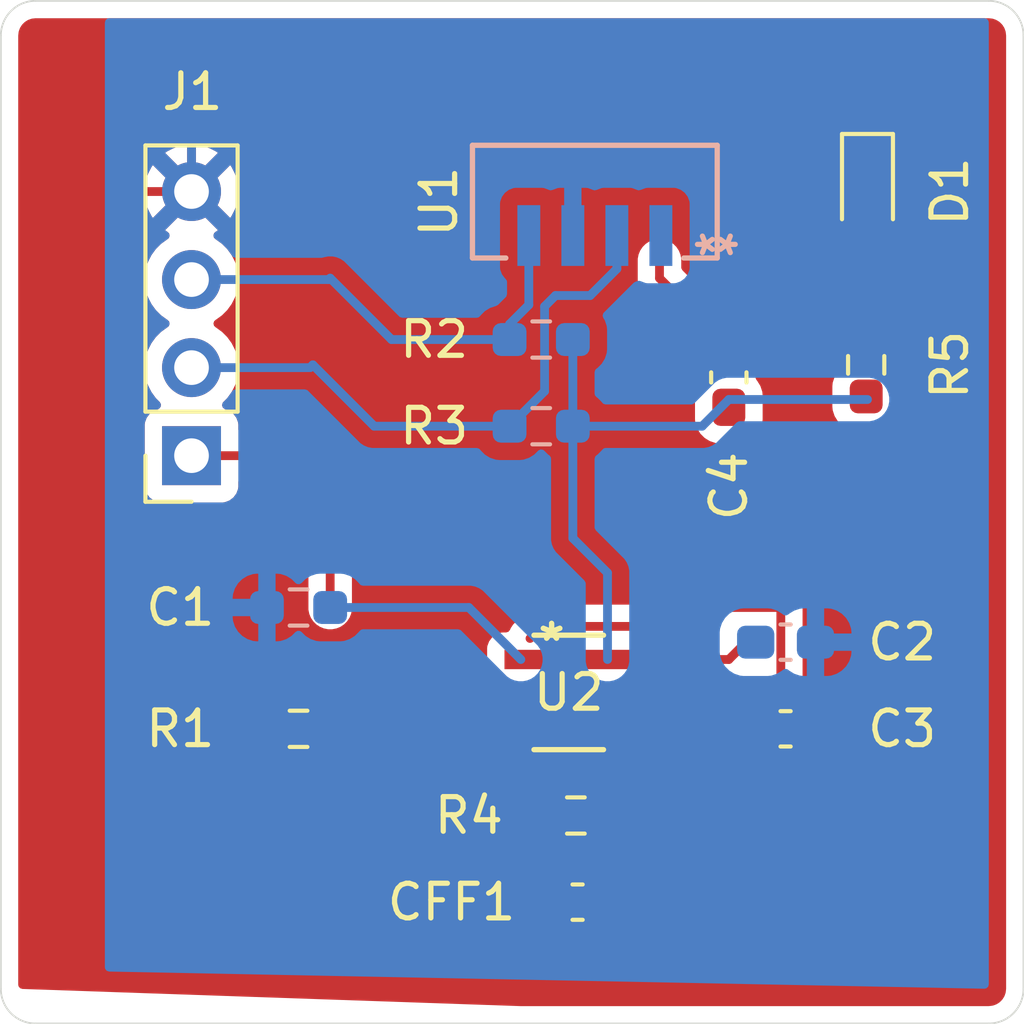
<source format=kicad_pcb>
(kicad_pcb (version 20241229) (generator "pcbnew") (generator_version "9.0")
  (layers (0 "F.Cu" signal) (2 "B.Cu" signal) (13 "F.Paste" user) (15 "B.Paste" user) (5 "F.SilkS" user "F.Silkscreen") (7 "B.SilkS" user "B.Silkscreen") (1 "F.Mask" user) (3 "B.Mask" user) (25 "Edge.Cuts" user))
  (net 0 "")
  (net 1 "Vin")
  (net 2 "GND")
  (net 3 "Vout")
  (net 4 "Net-(U2-NR)")
  (net 5 "Net-(U1-VDD)")
  (net 6 "+3V3")
  (net 7 "Net-(U2-FB)")
  (net 8 "Net-(D1-A)")
  (net 9 "+3.3V")
  (net 10 "Net-(J1-SDA)")
  (net 11 "VCC")
  (net 12 "Net-(J1-SCL)")
  (footprint "Connector_PinSocket_2.54mm:PinSocket_1x04_P2.54mm_Vertical" (layer "F.Cu") (at 131.5 90.62 180)
    (property "Reference" "J1" (at -0.025 10.5 0) (layer "F.SilkS"))
    (property "Value" "Conn_01x04_Pin" (hide yes))
    (fp_line (start 1.33 1.27) (end 1.33 8.95) (stroke (width 0.12)) (layer "F.SilkS"))
    (fp_line (start 1.33 -1.33) (end 1.33 0) (stroke (width 0.12)) (layer "F.SilkS"))
    (fp_line (start 0 -1.33) (end 1.33 -1.33) (stroke (width 0.12)) (layer "F.SilkS"))
    (fp_line (start -1.33 8.95) (end 1.33 8.95) (stroke (width 0.12)) (layer "F.SilkS"))
    (fp_line (start -1.33 1.27) (end 1.33 1.27) (stroke (width 0.12)) (layer "F.SilkS"))
    (fp_line (start -1.33 1.27) (end -1.33 8.95) (stroke (width 0.12)) (layer "F.SilkS"))
    (pad "1" thru_hole rect (at 0 0 180) (size 1.7 1.7) (drill 1) (layers "*.Cu" "*.Mask") (net 11 "VCC"))
    (pad "2" thru_hole circle (at 0 2.54 180) (size 1.7 1.7) (drill 1) (layers "*.Cu" "*.Mask") (net 10 "Net-(J1-SDA)"))
    (pad "3" thru_hole circle (at 0 5.08 180) (size 1.7 1.7) (drill 1) (layers "*.Cu" "*.Mask") (net 12 "Net-(J1-SCL)"))
    (pad "4" thru_hole circle (at 0 7.62 180) (size 1.7 1.7) (drill 1) (layers "*.Cu" "*.Mask") (net 2 "GND"))
  )
  (footprint "TPS79301:DBV6" (layer "F.Cu") (at 142.3824 97.450001)
    (property "Reference" "U2" (at 0 0 0) (layer "F.SilkS"))
    (property "Value" "TPS79301DBVR" (hide yes))
    (fp_line (start -1.0033 1.651) (end 1.0033 1.651) (stroke (width 0.1524)) (layer "F.SilkS"))
    (fp_line (start 1.0033 -1.651) (end -1.0033 -1.651) (stroke (width 0.1524)) (layer "F.SilkS"))
    (fp_text user "*" (at -0.4953 -1.4478 0) (layer "F.SilkS"))
    (fp_text user "*" (at -0.4953 -1.4478 0) (layer "F.SilkS"))
    (pad "1" smd rect (at -1.1176 -0.950001) (size 1.4732 0.5588) (layers "F.Cu" "F.Mask" "F.Paste") (net 1 "Vin"))
    (pad "2" smd rect (at -1.1176 0) (size 1.4732 0.5588) (layers "F.Cu" "F.Mask" "F.Paste") (net 2 "GND"))
    (pad "3" smd rect (at -1.1176 0.950001) (size 1.4732 0.5588) (layers "F.Cu" "F.Mask" "F.Paste") (net 7 "Net-(U2-FB)"))
    (pad "4" smd rect (at 1.1176 0.950001) (size 1.4732 0.5588) (layers "F.Cu" "F.Mask" "F.Paste") (net 4 "Net-(U2-NR)"))
    (pad "5" smd rect (at 1.1176 0) (size 1.4732 0.5588) (layers "F.Cu" "F.Mask" "F.Paste") (net 1 "Vin"))
    (pad "6" smd rect (at 1.1176 -0.950001) (size 1.4732 0.5588) (layers "F.Cu" "F.Mask" "F.Paste") (net 3 "Vout"))
  )
  (footprint "Resistor_SMD:R_0603_1608Metric_Pad0.98x0.95mm_HandSolder" (layer "F.Cu") (at 142.5875 101)
    (property "Reference" "R4" (at -3.0875 0 -0) (layer "F.SilkS"))
    (property "Value" "51kΩ" (hide yes))
    (fp_line (start -0.254724 -0.5225) (end 0.254724 -0.5225) (stroke (width 0.12)) (layer "F.SilkS"))
    (fp_line (start -0.254724 0.5225) (end 0.254724 0.5225) (stroke (width 0.12)) (layer "F.SilkS"))
    (pad "1" smd roundrect (at -0.9125 0) (size 0.975 0.95) (layers "F.Cu" "F.Mask" "F.Paste") (net 7 "Net-(U2-FB)"))
    (pad "2" smd roundrect (at 0.9125 0) (size 0.975 0.95) (layers "F.Cu" "F.Mask" "F.Paste") (net 3 "Vout"))
  )
  (footprint "Resistor_SMD:R_0603_1608Metric_Pad0.98x0.95mm_HandSolder" (layer "F.Cu") (at 134.5875 98.5)
    (property "Reference" "R1" (at -3.4125 0 -0) (layer "F.SilkS"))
    (property "Value" "30.1kΩ" (hide yes))
    (fp_line (start -0.254724 -0.5225) (end 0.254724 -0.5225) (stroke (width 0.12)) (layer "F.SilkS"))
    (fp_line (start -0.254724 0.5225) (end 0.254724 0.5225) (stroke (width 0.12)) (layer "F.SilkS"))
    (pad "1" smd roundrect (at -0.9125 0) (size 0.975 0.95) (layers "F.Cu" "F.Mask" "F.Paste") (net 2 "GND"))
    (pad "2" smd roundrect (at 0.9125 0) (size 0.975 0.95) (layers "F.Cu" "F.Mask" "F.Paste") (net 7 "Net-(U2-FB)"))
  )
  (footprint "Capacitor_SMD:C_0603_1608Metric_Pad1.08x0.95mm_HandSolder" (layer "F.Cu") (at 148.6375 98.5)
    (property "Reference" "C3" (at 3.3625 0 0) (layer "F.SilkS"))
    (property "Value" "0.01µF" (hide yes))
    (fp_line (start -0.146267 -0.51) (end 0.146267 -0.51) (stroke (width 0.12)) (layer "F.SilkS"))
    (fp_line (start -0.146267 0.51) (end 0.146267 0.51) (stroke (width 0.12)) (layer "F.SilkS"))
    (pad "1" smd roundrect (at -0.8625 0) (size 1.075 0.95) (layers "F.Cu" "F.Mask" "F.Paste") (net 4 "Net-(U2-NR)"))
    (pad "2" smd roundrect (at 0.8625 0) (size 1.075 0.95) (layers "F.Cu" "F.Mask" "F.Paste") (net 2 "GND"))
  )
  (footprint "LED_SMD:LED_0603_1608Metric_Pad1.05x0.95mm_HandSolder" (layer "F.Cu") (at 151 83 -90)
    (property "Reference" "D1" (at 0 -2.375 90) (layer "F.SilkS"))
    (property "Value" "LED" (hide yes))
    (fp_line (start -1.66 0.735) (end 0.8 0.735) (stroke (width 0.12)) (layer "F.SilkS"))
    (fp_line (start -1.66 -0.735) (end -1.66 0.735) (stroke (width 0.12)) (layer "F.SilkS"))
    (fp_line (start 0.8 -0.735) (end -1.66 -0.735) (stroke (width 0.12)) (layer "F.SilkS"))
    (pad "1" smd roundrect (at -0.875 0 270) (size 1.05 0.95) (layers "F.Cu" "F.Mask" "F.Paste") (net 2 "GND"))
    (pad "2" smd roundrect (at 0.875 0 270) (size 1.05 0.95) (layers "F.Cu" "F.Mask" "F.Paste") (net 8 "Net-(D1-A)"))
  )
  (footprint "Resistor_SMD:R_0603_1608Metric_Pad0.98x0.95mm_HandSolder" (layer "F.Cu") (at 150.9625 88 90)
    (property "Reference" "R5" (at 0 2.4125 90) (layer "F.SilkS"))
    (property "Value" "2.2kΩ" (hide yes))
    (fp_line (start -0.254724 -0.5225) (end 0.254724 -0.5225) (stroke (width 0.12)) (layer "F.SilkS"))
    (fp_line (start -0.254724 0.5225) (end 0.254724 0.5225) (stroke (width 0.12)) (layer "F.SilkS"))
    (pad "1" smd roundrect (at -0.9125 0 90) (size 0.975 0.95) (layers "F.Cu" "F.Mask" "F.Paste") (net 6 "+3V3"))
    (pad "2" smd roundrect (at 0.9125 0 90) (size 0.975 0.95) (layers "F.Cu" "F.Mask" "F.Paste") (net 8 "Net-(D1-A)"))
  )
  (footprint "Capacitor_SMD:C_0603_1608Metric_Pad1.08x0.95mm_HandSolder" (layer "F.Cu") (at 142.6375 103.5)
    (property "Reference" "CFF1" (at -3.6375 0 -0) (layer "F.SilkS"))
    (property "Value" "15pF" (hide yes))
    (fp_line (start -0.146267 -0.51) (end 0.146267 -0.51) (stroke (width 0.12)) (layer "F.SilkS"))
    (fp_line (start -0.146267 0.51) (end 0.146267 0.51) (stroke (width 0.12)) (layer "F.SilkS"))
    (pad "1" smd roundrect (at -0.8625 0) (size 1.075 0.95) (layers "F.Cu" "F.Mask" "F.Paste") (net 7 "Net-(U2-FB)"))
    (pad "2" smd roundrect (at 0.8625 0) (size 1.075 0.95) (layers "F.Cu" "F.Mask" "F.Paste") (net 3 "Vout"))
  )
  (footprint "Capacitor_SMD:C_0603_1608Metric_Pad1.08x0.95mm_HandSolder" (layer "F.Cu") (at 147 88.3625 -90)
    (property "Reference" "C4" (at 3.1375 0 90) (layer "F.SilkS"))
    (property "Value" "0.1µF" (hide yes))
    (fp_line (start -0.146267 0.51) (end 0.146267 0.51) (stroke (width 0.12)) (layer "F.SilkS"))
    (fp_line (start -0.146267 -0.51) (end 0.146267 -0.51) (stroke (width 0.12)) (layer "F.SilkS"))
    (pad "1" smd roundrect (at -0.8625 0 270) (size 1.075 0.95) (layers "F.Cu" "F.Mask" "F.Paste") (net 5 "Net-(U1-VDD)"))
    (pad "2" smd roundrect (at 0.8625 0 270) (size 1.075 0.95) (layers "F.Cu" "F.Mask" "F.Paste") (net 6 "+3V3"))
  )
  (footprint "Resistor_SMD:R_0603_1608Metric_Pad0.98x0.95mm_HandSolder" (layer "B.Cu") (at 134.5875 95 180)
    (property "Reference" "C1" (at 3.4125 0 -0) (layer "F.SilkS"))
    (property "Value" "1µF" (hide yes))
    (fp_line (start -0.254724 0.5225) (end 0.254724 0.5225) (stroke (width 0.12)) (layer "B.SilkS"))
    (fp_line (start -0.254724 -0.5225) (end 0.254724 -0.5225) (stroke (width 0.12)) (layer "B.SilkS"))
    (pad "1" smd roundrect (at -0.9125 0 180) (size 0.975 0.95) (layers "B.Cu" "B.Mask" "B.Paste") (net 1 "Vin"))
    (pad "2" smd roundrect (at 0.9125 0 180) (size 0.975 0.95) (layers "B.Cu" "B.Mask" "B.Paste") (net 2 "GND"))
  )
  (footprint "VEML:SMT_L7700-TT_VIS" (layer "B.Cu") (at 143.135 83.2921 90)
    (property "Reference" "U1" (at 0 -4.5 90) (layer "F.SilkS"))
    (property "Value" "VEML7700-TT" (hide yes))
    (fp_line (start 1.6256 -3.5306) (end 1.6256 3.5306) (stroke (width 0.1524)) (layer "B.SilkS"))
    (fp_line (start -1.6256 -3.5306) (end 1.6256 -3.5306) (stroke (width 0.1524)) (layer "B.SilkS"))
    (fp_line (start -1.6256 -2.56794) (end -1.6256 -3.5306) (stroke (width 0.1524)) (layer "B.SilkS"))
    (fp_line (start 1.6256 3.5306) (end -1.6256 3.5306) (stroke (width 0.1524)) (layer "B.SilkS"))
    (fp_line (start -1.6256 3.5306) (end -1.6256 2.56794) (stroke (width 0.1524)) (layer "B.SilkS"))
    (fp_text user "*" (at -1.2319 3.5052 90) (layer "B.SilkS") (effects (justify mirror)))
    (fp_text user "*" (at -1.2319 3.5052 270) (layer "B.SilkS") (effects (justify mirror)))
    (pad "1" smd rect (at -0.9779 1.905 90) (size 1.7526 0.6604) (layers "B.Cu" "B.Mask" "B.Paste") (net 5 "Net-(U1-VDD)"))
    (pad "2" smd rect (at -0.9779 0.635 90) (size 1.7526 0.6604) (layers "B.Cu" "B.Mask" "B.Paste") (net 10 "Net-(J1-SDA)"))
    (pad "3" smd rect (at -0.9779 -0.635 90) (size 1.7526 0.6604) (layers "B.Cu" "B.Mask" "B.Paste") (net 2 "GND"))
    (pad "4" smd rect (at -0.9779 -1.905 90) (size 1.7526 0.6604) (layers "B.Cu" "B.Mask" "B.Paste") (net 12 "Net-(J1-SCL)"))
  )
  (footprint "Capacitor_SMD:C_0603_1608Metric_Pad1.08x0.95mm_HandSolder" (layer "B.Cu") (at 148.6375 96 180)
    (property "Reference" "C2" (at -3.3625 0 -0) (layer "F.SilkS"))
    (property "Value" "2.2µF" (hide yes))
    (fp_line (start -0.146267 0.51) (end 0.146267 0.51) (stroke (width 0.12)) (layer "B.SilkS"))
    (fp_line (start -0.146267 -0.51) (end 0.146267 -0.51) (stroke (width 0.12)) (layer "B.SilkS"))
    (pad "1" smd roundrect (at -0.8625 0 180) (size 1.075 0.95) (layers "B.Cu" "B.Mask" "B.Paste") (net 2 "GND"))
    (pad "2" smd roundrect (at 0.8625 0 180) (size 1.075 0.95) (layers "B.Cu" "B.Mask" "B.Paste") (net 3 "Vout"))
  )
  (footprint "Resistor_SMD:R_0603_1608Metric_Pad0.98x0.95mm_HandSolder" (layer "B.Cu") (at 141.5875 89.77 180)
    (property "Reference" "R3" (at 3.0875 0 -0) (layer "F.SilkS"))
    (property "Value" "4.7 kΩ" (hide yes))
    (fp_line (start -0.254724 0.5225) (end 0.254724 0.5225) (stroke (width 0.12)) (layer "B.SilkS"))
    (fp_line (start -0.254724 -0.5225) (end 0.254724 -0.5225) (stroke (width 0.12)) (layer "B.SilkS"))
    (pad "1" smd roundrect (at -0.9125 0 180) (size 0.975 0.95) (layers "B.Cu" "B.Mask" "B.Paste") (net 9 "+3.3V"))
    (pad "2" smd roundrect (at 0.9125 0 180) (size 0.975 0.95) (layers "B.Cu" "B.Mask" "B.Paste") (net 10 "Net-(J1-SDA)"))
  )
  (footprint "Resistor_SMD:R_0603_1608Metric_Pad0.98x0.95mm_HandSolder" (layer "B.Cu") (at 141.5875 87.27 180)
    (property "Reference" "R2" (at 3.0875 0 -0) (layer "F.SilkS"))
    (property "Value" "4.7 kΩ" (hide yes))
    (fp_line (start -0.254724 0.5225) (end 0.254724 0.5225) (stroke (width 0.12)) (layer "B.SilkS"))
    (fp_line (start -0.254724 -0.5225) (end 0.254724 -0.5225) (stroke (width 0.12)) (layer "B.SilkS"))
    (pad "1" smd roundrect (at -0.9125 0 180) (size 0.975 0.95) (layers "B.Cu" "B.Mask" "B.Paste") (net 9 "+3.3V"))
    (pad "2" smd roundrect (at 0.9125 0 180) (size 0.975 0.95) (layers "B.Cu" "B.Mask" "B.Paste") (net 12 "Net-(J1-SCL)"))
  )
  (gr_arc (start 127 107) (mid 126.292893 106.707107) (end 126 106) (stroke (width 0.05)) (layer "Edge.Cuts"))
  (gr_arc (start 155.5 106) (mid 155.207107 106.707107) (end 154.5 107) (stroke (width 0.05)) (layer "Edge.Cuts"))
  (gr_line (start 126 106) (end 126 78.5) (stroke (width 0.05)) (layer "Edge.Cuts"))
  (gr_line (start 155.5 78.5) (end 155.5 106) (stroke (width 0.05)) (layer "Edge.Cuts"))
  (gr_arc (start 126 78.5) (mid 126.292893 77.792893) (end 127 77.5) (stroke (width 0.05)) (layer "Edge.Cuts"))
  (gr_arc (start 154.5 77.5) (mid 155.207107 77.792893) (end 155.5 78.5) (stroke (width 0.05)) (layer "Edge.Cuts"))
  (gr_line (start 127 77.5) (end 154.5 77.5) (stroke (width 0.05)) (layer "Edge.Cuts"))
  (gr_line (start 154.5 107) (end 127 107) (stroke (width 0.05)) (layer "Edge.Cuts"))
  (segment (start 146.455 95.545) (end 141.6124 95.545) (width 0.254) (layer "F.Cu") (net 1))
  (segment (start 148.5 95) (end 147 95) (width 0.254) (layer "F.Cu") (net 1))
  (segment (start 143.405001 97.545) (end 142.8904 97.545) (width 0.254) (layer "F.Cu") (net 1))
  (segment (start 147 95) (end 146.455 95.545) (width 0.254) (layer "F.Cu") (net 1))
  (segment (start 143.5 97.450001) (end 143.405001 97.545) (width 0.254) (layer "F.Cu") (net 1))
  (segment (start 148.5 97.450001) (end 148.5 95) (width 0.254) (layer "F.Cu") (net 1))
  (segment (start 143.5 97.450001) (end 148.5 97.450001) (width 0.254) (layer "F.Cu") (net 1))
  (segment (start 142.8904 97.545) (end 142.8904 97.5) (width 0.254) (layer "F.Cu") (net 1))
  (segment (start 141.6124 95.545) (end 141.2648 95.8926) (width 0.254) (layer "F.Cu") (net 1))
  (segment (start 139.5 95) (end 141 96.5) (width 0.254) (layer "B.Cu") (net 1))
  (segment (start 135.5 95) (end 139.5 95) (width 0.254) (layer "B.Cu") (net 1))
  (segment (start 133.675 102.175) (end 133.675 98.5) (width 0.254) (layer "F.Cu") (net 2))
  (segment (start 136.5 105) (end 133.675 102.175) (width 0.254) (layer "F.Cu") (net 2))
  (segment (start 133.675 98.5) (end 133.675 96.5) (width 0.254) (layer "F.Cu") (net 2))
  (segment (start 141.2648 97.450001) (end 138.450001 97.450001) (width 0.254) (layer "F.Cu") (net 2))
  (segment (start 133.675 95.175) (end 132.5 94) (width 0.254) (layer "F.Cu") (net 2))
  (segment (start 132.5 94) (end 128.5 94) (width 0.254) (layer "F.Cu") (net 2))
  (segment (start 128 83) (end 131.5 83) (width 0.254) (layer "F.Cu") (net 2))
  (segment (start 151 81) (end 149 79) (width 0.254) (layer "F.Cu") (net 2))
  (segment (start 151 82.125) (end 151 81) (width 0.254) (layer "F.Cu") (net 2))
  (segment (start 146.5 105) (end 136.5 105) (width 0.254) (layer "F.Cu") (net 2))
  (segment (start 138.450001 97.450001) (end 137.5 96.5) (width 0.254) (layer "F.Cu") (net 2))
  (segment (start 134 79) (end 131.5 81.5) (width 0.254) (layer "F.Cu") (net 2))
  (segment (start 137.5 96.5) (end 133.675 96.5) (width 0.254) (layer "F.Cu") (net 2))
  (segment (start 149 79) (end 134 79) (width 0.254) (layer "F.Cu") (net 2))
  (segment (start 149.5 98.5) (end 149.5 102) (width 0.254) (layer "F.Cu") (net 2))
  (segment (start 131.5 81.5) (end 131.5 83) (width 0.254) (layer "F.Cu") (net 2))
  (segment (start 133.675 96.5) (end 133.675 95.175) (width 0.254) (layer "F.Cu") (net 2))
  (segment (start 127.5 83.5) (end 128 83) (width 0.254) (layer "F.Cu") (net 2))
  (segment (start 128.5 94) (end 127.5 93) (width 0.254) (layer "F.Cu") (net 2))
  (segment (start 149.5 102) (end 146.5 105) (width 0.254) (layer "F.Cu") (net 2))
  (segment (start 127.5 93) (end 127.5 83.5) (width 0.254) (layer "F.Cu") (net 2))
  (segment (start 149.5 96) (end 149.5 98) (width 0.254) (layer "B.Cu") (net 2))
  (segment (start 131.5 81.5) (end 134 79) (width 0.254) (layer "B.Cu") (net 2))
  (segment (start 149.5 96) (end 149.5 102) (width 0.254) (layer "B.Cu") (net 2))
  (segment (start 142.5 81) (end 142.5 84.27) (width 0.254) (layer "B.Cu") (net 2))
  (segment (start 140.5 79) (end 142.5 81) (width 0.254) (layer "B.Cu") (net 2))
  (segment (start 131.5 83) (end 131.5 81.5) (width 0.254) (layer "B.Cu") (net 2))
  (segment (start 133.675 102.325) (end 133.675 95) (width 0.254) (layer "B.Cu") (net 2))
  (segment (start 134 79) (end 140.5 79) (width 0.254) (layer "B.Cu") (net 2))
  (segment (start 149.5 102) (end 146.5 105) (width 0.254) (layer "B.Cu") (net 2))
  (segment (start 149.5 98) (end 149.5 98.5) (width 0.254) (layer "B.Cu") (net 2))
  (segment (start 142.778001 96.5) (end 143.5 96.5) (width 0.254) (layer "F.Cu") (net 3))
  (segment (start 147 96.5) (end 147.5 96) (width 0.254) (layer "F.Cu") (net 3))
  (segment (start 142.4354 96.842601) (end 142.778001 96.5) (width 0.254) (layer "F.Cu") (net 3))
  (segment (start 146 96.5) (end 147 96.5) (width 0.254) (layer "F.Cu") (net 3))
  (segment (start 142.4354 99.9354) (end 142.4354 96.842601) (width 0.254) (layer "F.Cu") (net 3))
  (segment (start 143.5 101) (end 142.4354 99.9354) (width 0.254) (layer "F.Cu") (net 3))
  (segment (start 143.5 96.5) (end 146 96.5) (width 0.254) (layer "F.Cu") (net 3))
  (segment (start 143.5 101) (end 143.5 103.5) (width 0.254) (layer "F.Cu") (net 3))
  (segment (start 143.599998 98.5) (end 143.5 98.400002) (width 0.254) (layer "F.Cu") (net 4))
  (segment (start 147.775 98.5) (end 143.599998 98.5) (width 0.254) (layer "F.Cu") (net 4))
  (segment (start 145 85.5) (end 145 85) (width 0.254) (layer "F.Cu") (net 5))
  (segment (start 147 87.5) (end 145 85.5) (width 0.254) (layer "F.Cu") (net 5))
  (segment (start 141.675 99.175) (end 141.675 101) (width 0.254) (layer "F.Cu") (net 7))
  (segment (start 141.775 101.1) (end 141.675 101) (width 0.254) (layer "F.Cu") (net 7))
  (segment (start 141.2648 98.7648) (end 141.675 99.175) (width 0.254) (layer "F.Cu") (net 7))
  (segment (start 141.2648 98.400002) (end 135.599998 98.400002) (width 0.254) (layer "F.Cu") (net 7))
  (segment (start 135.599998 98.400002) (end 135.5 98.5) (width 0.254) (layer "F.Cu") (net 7))
  (segment (start 141.775 103.5) (end 141.775 101.1) (width 0.254) (layer "F.Cu") (net 7))
  (segment (start 141.2648 98.400002) (end 141.2648 98.7648) (width 0.254) (layer "F.Cu") (net 7))
  (segment (start 150.9625 83.9125) (end 151 83.875) (width 0.254) (layer "F.Cu") (net 8))
  (segment (start 150.9625 87.0875) (end 150.9625 83.9125) (width 0.254) (layer "F.Cu") (net 8))
  (segment (start 142.5 87.27) (end 142.5 89.77) (width 0.254) (layer "B.Cu") (net 9))
  (segment (start 142.5 89.77) (end 142.5 93) (width 0.254) (layer "B.Cu") (net 9))
  (segment (start 142.5 89.77) (end 146.23 89.77) (width 0.254) (layer "B.Cu") (net 9))
  (segment (start 146.23 89.77) (end 147 89) (width 0.254) (layer "B.Cu") (net 9))
  (segment (start 142.5 93) (end 143.5 94) (width 0.254) (layer "B.Cu") (net 9))
  (segment (start 147 89) (end 151 89) (width 0.254) (layer "B.Cu") (net 9))
  (segment (start 143.5 94) (end 143.5 96.5) (width 0.254) (layer "B.Cu") (net 9))
  (segment (start 135 88) (end 134.92 88.08) (width 0.254) (layer "B.Cu") (net 10))
  (segment (start 143.77 85.23) (end 143 86) (width 0.254) (layer "B.Cu") (net 10))
  (segment (start 134.92 88.08) (end 131.5 88.08) (width 0.254) (layer "B.Cu") (net 10))
  (segment (start 140.675 89.77) (end 136.77 89.77) (width 0.254) (layer "B.Cu") (net 10))
  (segment (start 143 86) (end 142 86) (width 0.254) (layer "B.Cu") (net 10))
  (segment (start 141.685 88.76) (end 140.675 89.77) (width 0.254) (layer "B.Cu") (net 10))
  (segment (start 136.77 89.77) (end 135 88) (width 0.254) (layer "B.Cu") (net 10))
  (segment (start 141.685 86.315) (end 141.685 88.76) (width 0.254) (layer "B.Cu") (net 10))
  (segment (start 142 86) (end 141.685 86.315) (width 0.254) (layer "B.Cu") (net 10))
  (segment (start 143.77 84.27) (end 143.77 85.23) (width 0.254) (layer "B.Cu") (net 10))
  (segment (start 133.62 90.62) (end 134.5 91.5) (width 0.254) (layer "F.Cu") (net 11))
  (segment (start 131.5 90.62) (end 133.62 90.62) (width 0.254) (layer "F.Cu") (net 11))
  (segment (start 135.5 92.5) (end 135.5 95) (width 0.254) (layer "F.Cu") (net 11))
  (segment (start 134.5 91.5) (end 135.5 92.5) (width 0.254) (layer "F.Cu") (net 11))
  (segment (start 140.675 87.27) (end 140.675 86.825) (width 0.254) (layer "B.Cu") (net 12))
  (segment (start 140.675 86.825) (end 141.23 86.27) (width 0.254) (layer "B.Cu") (net 12))
  (segment (start 135.5 85.5) (end 135.46 85.54) (width 0.254) (layer "B.Cu") (net 12))
  (segment (start 135.46 85.54) (end 131.5 85.54) (width 0.254) (layer "B.Cu") (net 12))
  (segment (start 141.23 86.27) (end 141.23 84.27) (width 0.254) (layer "B.Cu") (net 12))
  (segment (start 137.27 87.27) (end 135.5 85.5) (width 0.254) (layer "B.Cu") (net 12))
  (segment (start 140.675 87.27) (end 137.27 87.27) (width 0.254) (layer "B.Cu") (net 12))
  (zone (net 2) (net_name "GND") (layer "F.Cu") (connect_pads (clearance 0.5)) (min_thickness 0.25) (fill yes (thermal_gap 0.5) (thermal_bridge_width 0.5))
    (polygon (pts (xy 126 77.5) (xy 155.5 77.5) (xy 155.5 107) (xy 126.5 106)))
  )
  (zone (net 2) (net_name "GND") (layer "B.Cu") (priority 1) (connect_pads (clearance 0.5)) (min_thickness 0.25) (fill yes (thermal_gap 0.5) (thermal_bridge_width 0.5))
    (polygon (pts (xy 129 78) (xy 154.5 78) (xy 154.5 106) (xy 129 105.5)))
  )
)
</source>
